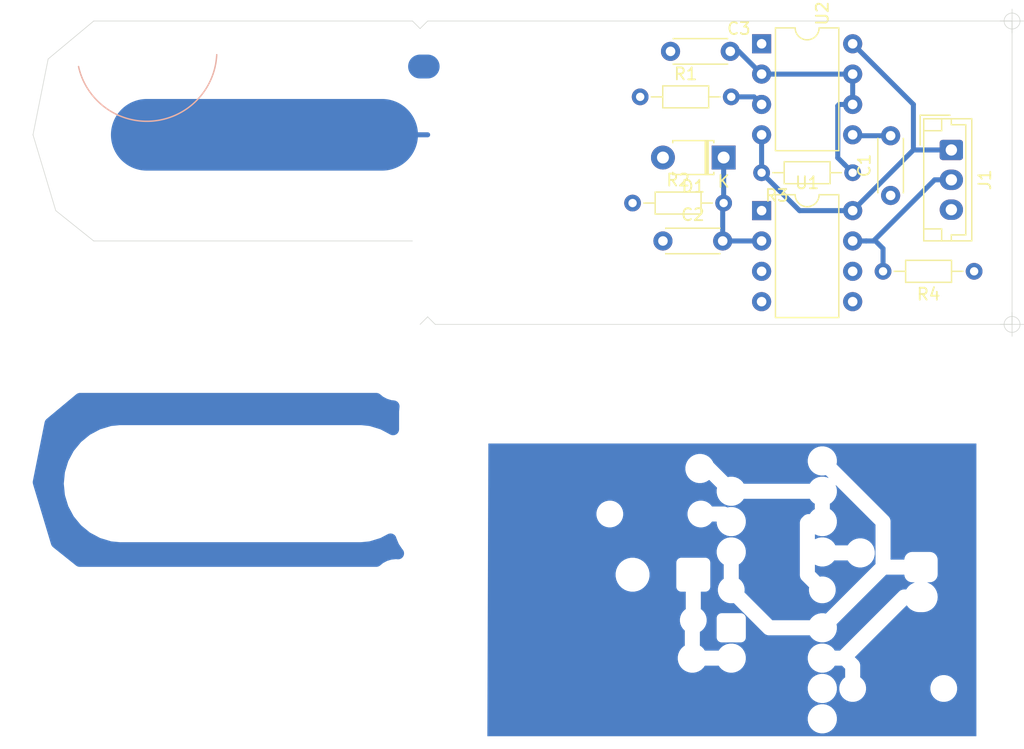
<source format=kicad_pcb>
(kicad_pcb (version 20171130) (host pcbnew "(5.1.5)-3")

  (general
    (thickness 1.6)
    (drawings 16)
    (tracks 33)
    (zones 0)
    (modules 11)
    (nets 9)
  )

  (page A4 portrait)
  (title_block
    (title "Bongo Soil Moisture Sensor")
    (rev 1.0)
    (company "Lapoulton (Pvt) Ltd")
  )

  (layers
    (0 F.Cu signal)
    (31 B.Cu signal)
    (33 F.Adhes user)
    (35 F.Paste user)
    (37 F.SilkS user)
    (38 B.Mask user)
    (39 F.Mask user)
    (40 Dwgs.User user)
    (41 Cmts.User user)
    (42 Eco1.User user)
    (43 Eco2.User user)
    (44 Edge.Cuts user)
    (45 Margin user)
    (46 B.CrtYd user)
    (47 F.CrtYd user)
    (49 F.Fab user)
  )

  (setup
    (last_trace_width 0.42)
    (user_trace_width 4)
    (trace_clearance 0.24)
    (zone_clearance 0.42)
    (zone_45_only no)
    (trace_min 0.2)
    (via_size 0.8)
    (via_drill 0.4)
    (via_min_size 0.4)
    (via_min_drill 0.3)
    (uvia_size 0.3)
    (uvia_drill 0.1)
    (uvias_allowed no)
    (uvia_min_size 0.2)
    (uvia_min_drill 0.1)
    (edge_width 0.05)
    (segment_width 0.2)
    (pcb_text_width 0.3)
    (pcb_text_size 1.5 1.5)
    (mod_edge_width 0.12)
    (mod_text_size 1 1)
    (mod_text_width 0.15)
    (pad_size 1.524 1.524)
    (pad_drill 0.762)
    (pad_to_mask_clearance 0.051)
    (solder_mask_min_width 0.25)
    (aux_axis_origin 30.48 50.8)
    (grid_origin 30.48 50.8)
    (visible_elements 7FFFF7FF)
    (pcbplotparams
      (layerselection 0x00000_fffffffe)
      (usegerberextensions false)
      (usegerberattributes true)
      (usegerberadvancedattributes false)
      (creategerberjobfile false)
      (excludeedgelayer true)
      (linewidth 0.100000)
      (plotframeref false)
      (viasonmask false)
      (mode 1)
      (useauxorigin true)
      (hpglpennumber 1)
      (hpglpenspeed 20)
      (hpglpendiameter 15.000000)
      (psnegative false)
      (psa4output false)
      (plotreference false)
      (plotvalue false)
      (plotinvisibletext false)
      (padsonsilk true)
      (subtractmaskfromsilk false)
      (outputformat 1)
      (mirror false)
      (drillshape 0)
      (scaleselection 1)
      (outputdirectory ""))
  )

  (net 0 "")
  (net 1 +3V3)
  (net 2 GND)
  (net 3 /1-Wire)
  (net 4 "Net-(R1-Pad2)")
  (net 5 /AOUT)
  (net 6 "Net-(C1-Pad2)")
  (net 7 "Net-(C3-Pad2)")
  (net 8 /COUT)

  (net_class Default "This is the default net class."
    (clearance 0.24)
    (trace_width 0.42)
    (via_dia 0.8)
    (via_drill 0.4)
    (uvia_dia 0.3)
    (uvia_drill 0.1)
    (add_net +3V3)
    (add_net /1-Wire)
    (add_net /AOUT)
    (add_net /COUT)
    (add_net "Net-(C1-Pad2)")
    (add_net "Net-(C3-Pad2)")
    (add_net "Net-(R1-Pad2)")
  )

  (net_class Ground ""
    (clearance 0.24)
    (trace_width 0.42)
    (via_dia 0.8)
    (via_drill 0.4)
    (uvia_dia 0.3)
    (uvia_drill 0.1)
    (add_net GND)
  )

  (module Resistor_THT:R_Axial_DIN0204_L3.6mm_D1.6mm_P7.62mm_Horizontal (layer F.Cu) (tedit 5AE5139B) (tstamp 606D509D)
    (at 109.22 53.34 180)
    (descr "Resistor, Axial_DIN0204 series, Axial, Horizontal, pin pitch=7.62mm, 0.167W, length*diameter=3.6*1.6mm^2, http://cdn-reichelt.de/documents/datenblatt/B400/1_4W%23YAG.pdf")
    (tags "Resistor Axial_DIN0204 series Axial Horizontal pin pitch 7.62mm 0.167W length 3.6mm diameter 1.6mm")
    (path /606C4CC8)
    (fp_text reference R4 (at 3.81 -1.92) (layer F.SilkS)
      (effects (font (size 1 1) (thickness 0.15)))
    )
    (fp_text value 4.7k (at 3.81 1.92) (layer F.Fab)
      (effects (font (size 1 1) (thickness 0.15)))
    )
    (fp_text user %R (at 3.81 0) (layer F.Fab)
      (effects (font (size 0.72 0.72) (thickness 0.108)))
    )
    (fp_line (start 8.57 -1.05) (end -0.95 -1.05) (layer F.CrtYd) (width 0.05))
    (fp_line (start 8.57 1.05) (end 8.57 -1.05) (layer F.CrtYd) (width 0.05))
    (fp_line (start -0.95 1.05) (end 8.57 1.05) (layer F.CrtYd) (width 0.05))
    (fp_line (start -0.95 -1.05) (end -0.95 1.05) (layer F.CrtYd) (width 0.05))
    (fp_line (start 6.68 0) (end 5.73 0) (layer F.SilkS) (width 0.12))
    (fp_line (start 0.94 0) (end 1.89 0) (layer F.SilkS) (width 0.12))
    (fp_line (start 5.73 -0.92) (end 1.89 -0.92) (layer F.SilkS) (width 0.12))
    (fp_line (start 5.73 0.92) (end 5.73 -0.92) (layer F.SilkS) (width 0.12))
    (fp_line (start 1.89 0.92) (end 5.73 0.92) (layer F.SilkS) (width 0.12))
    (fp_line (start 1.89 -0.92) (end 1.89 0.92) (layer F.SilkS) (width 0.12))
    (fp_line (start 7.62 0) (end 5.61 0) (layer F.Fab) (width 0.1))
    (fp_line (start 0 0) (end 2.01 0) (layer F.Fab) (width 0.1))
    (fp_line (start 5.61 -0.8) (end 2.01 -0.8) (layer F.Fab) (width 0.1))
    (fp_line (start 5.61 0.8) (end 5.61 -0.8) (layer F.Fab) (width 0.1))
    (fp_line (start 2.01 0.8) (end 5.61 0.8) (layer F.Fab) (width 0.1))
    (fp_line (start 2.01 -0.8) (end 2.01 0.8) (layer F.Fab) (width 0.1))
    (pad 2 thru_hole oval (at 7.62 0 180) (size 1.4 1.4) (drill 0.7) (layers *.Cu *.Mask)
      (net 3 /1-Wire))
    (pad 1 thru_hole circle (at 0 0 180) (size 1.4 1.4) (drill 0.7) (layers *.Cu *.Mask)
      (net 1 +3V3))
    (model ${KISYS3DMOD}/Resistor_THT.3dshapes/R_Axial_DIN0204_L3.6mm_D1.6mm_P7.62mm_Horizontal.wrl
      (at (xyz 0 0 0))
      (scale (xyz 1 1 1))
      (rotate (xyz 0 0 0))
    )
  )

  (module Diode_THT:D_T-1_P5.08mm_Horizontal (layer F.Cu) (tedit 5AE50CD5) (tstamp 5FEBAC89)
    (at 88.265 43.815 180)
    (descr "Diode, T-1 series, Axial, Horizontal, pin pitch=5.08mm, , length*diameter=3.2*2.6mm^2, , http://www.diodes.com/_files/packages/T-1.pdf")
    (tags "Diode T-1 series Axial Horizontal pin pitch 5.08mm  length 3.2mm diameter 2.6mm")
    (path /5FED762B)
    (fp_text reference D1 (at 2.54 -2.42) (layer F.SilkS)
      (effects (font (size 1 1) (thickness 0.15)))
    )
    (fp_text value D (at 2.54 2.42) (layer F.Fab)
      (effects (font (size 1 1) (thickness 0.15)))
    )
    (fp_text user K (at 0 -2) (layer F.SilkS)
      (effects (font (size 1 1) (thickness 0.15)))
    )
    (fp_text user K (at 0 -2) (layer F.Fab)
      (effects (font (size 1 1) (thickness 0.15)))
    )
    (fp_text user %R (at 2.78 0) (layer F.Fab)
      (effects (font (size 0.64 0.64) (thickness 0.096)))
    )
    (fp_line (start 6.33 -1.55) (end -1.25 -1.55) (layer F.CrtYd) (width 0.05))
    (fp_line (start 6.33 1.55) (end 6.33 -1.55) (layer F.CrtYd) (width 0.05))
    (fp_line (start -1.25 1.55) (end 6.33 1.55) (layer F.CrtYd) (width 0.05))
    (fp_line (start -1.25 -1.55) (end -1.25 1.55) (layer F.CrtYd) (width 0.05))
    (fp_line (start 1.3 -1.42) (end 1.3 1.42) (layer F.SilkS) (width 0.12))
    (fp_line (start 1.54 -1.42) (end 1.54 1.42) (layer F.SilkS) (width 0.12))
    (fp_line (start 1.42 -1.42) (end 1.42 1.42) (layer F.SilkS) (width 0.12))
    (fp_line (start 4.26 1.42) (end 4.26 1.24) (layer F.SilkS) (width 0.12))
    (fp_line (start 0.82 1.42) (end 4.26 1.42) (layer F.SilkS) (width 0.12))
    (fp_line (start 0.82 1.24) (end 0.82 1.42) (layer F.SilkS) (width 0.12))
    (fp_line (start 4.26 -1.42) (end 4.26 -1.24) (layer F.SilkS) (width 0.12))
    (fp_line (start 0.82 -1.42) (end 4.26 -1.42) (layer F.SilkS) (width 0.12))
    (fp_line (start 0.82 -1.24) (end 0.82 -1.42) (layer F.SilkS) (width 0.12))
    (fp_line (start 1.32 -1.3) (end 1.32 1.3) (layer F.Fab) (width 0.1))
    (fp_line (start 1.52 -1.3) (end 1.52 1.3) (layer F.Fab) (width 0.1))
    (fp_line (start 1.42 -1.3) (end 1.42 1.3) (layer F.Fab) (width 0.1))
    (fp_line (start 5.08 0) (end 4.14 0) (layer F.Fab) (width 0.1))
    (fp_line (start 0 0) (end 0.94 0) (layer F.Fab) (width 0.1))
    (fp_line (start 4.14 -1.3) (end 0.94 -1.3) (layer F.Fab) (width 0.1))
    (fp_line (start 4.14 1.3) (end 4.14 -1.3) (layer F.Fab) (width 0.1))
    (fp_line (start 0.94 1.3) (end 4.14 1.3) (layer F.Fab) (width 0.1))
    (fp_line (start 0.94 -1.3) (end 0.94 1.3) (layer F.Fab) (width 0.1))
    (pad 2 thru_hole oval (at 5.08 0 180) (size 2 2) (drill 1) (layers *.Cu *.Mask)
      (net 8 /COUT))
    (pad 1 thru_hole rect (at 0 0 180) (size 2 2) (drill 1) (layers *.Cu *.Mask)
      (net 5 /AOUT))
    (model ${KISYS3DMOD}/Diode_THT.3dshapes/D_T-1_P5.08mm_Horizontal.wrl
      (at (xyz 0 0 0))
      (scale (xyz 1 1 1))
      (rotate (xyz 0 0 0))
    )
  )

  (module Capacitor_THT:C_Disc_D4.3mm_W1.9mm_P5.00mm (layer F.Cu) (tedit 5AE50EF0) (tstamp 606CC555)
    (at 83.82 34.925)
    (descr "C, Disc series, Radial, pin pitch=5.00mm, , diameter*width=4.3*1.9mm^2, Capacitor, http://www.vishay.com/docs/45233/krseries.pdf")
    (tags "C Disc series Radial pin pitch 5.00mm  diameter 4.3mm width 1.9mm Capacitor")
    (path /60547F0B)
    (fp_text reference C3 (at 5.715 -1.905) (layer F.SilkS)
      (effects (font (size 1 1) (thickness 0.15)))
    )
    (fp_text value 330p (at 2.54 -1.905) (layer F.Fab)
      (effects (font (size 1 1) (thickness 0.15)))
    )
    (fp_line (start 0.35 -0.95) (end 0.35 0.95) (layer F.Fab) (width 0.1))
    (fp_line (start 0.35 0.95) (end 4.65 0.95) (layer F.Fab) (width 0.1))
    (fp_line (start 4.65 0.95) (end 4.65 -0.95) (layer F.Fab) (width 0.1))
    (fp_line (start 4.65 -0.95) (end 0.35 -0.95) (layer F.Fab) (width 0.1))
    (fp_line (start 0.23 -1.07) (end 4.77 -1.07) (layer F.SilkS) (width 0.12))
    (fp_line (start 0.23 1.07) (end 4.77 1.07) (layer F.SilkS) (width 0.12))
    (fp_line (start 0.23 -1.07) (end 0.23 -1.055) (layer F.SilkS) (width 0.12))
    (fp_line (start 0.23 1.055) (end 0.23 1.07) (layer F.SilkS) (width 0.12))
    (fp_line (start 4.77 -1.07) (end 4.77 -1.055) (layer F.SilkS) (width 0.12))
    (fp_line (start 4.77 1.055) (end 4.77 1.07) (layer F.SilkS) (width 0.12))
    (fp_line (start -1.05 -1.2) (end -1.05 1.2) (layer F.CrtYd) (width 0.05))
    (fp_line (start -1.05 1.2) (end 6.05 1.2) (layer F.CrtYd) (width 0.05))
    (fp_line (start 6.05 1.2) (end 6.05 -1.2) (layer F.CrtYd) (width 0.05))
    (fp_line (start 6.05 -1.2) (end -1.05 -1.2) (layer F.CrtYd) (width 0.05))
    (fp_text user %R (at 2.54 0) (layer F.Fab)
      (effects (font (size 0.86 0.86) (thickness 0.129)))
    )
    (pad 2 thru_hole circle (at 5 0) (size 1.6 1.6) (drill 0.8) (layers *.Cu *.Mask)
      (net 7 "Net-(C3-Pad2)"))
    (pad 1 thru_hole circle (at 0 0) (size 1.6 1.6) (drill 0.8) (layers *.Cu *.Mask)
      (net 2 GND))
    (model ${KISYS3DMOD}/Capacitor_THT.3dshapes/C_Disc_D4.3mm_W1.9mm_P5.00mm.wrl
      (at (xyz 0 0 0))
      (scale (xyz 1 1 1))
      (rotate (xyz 0 0 0))
    )
  )

  (module Package_DIP:DIP-8_W7.62mm (layer F.Cu) (tedit 5A02E8C5) (tstamp 5FEB9C54)
    (at 91.44 48.26)
    (descr "8-lead though-hole mounted DIP package, row spacing 7.62 mm (300 mils)")
    (tags "THT DIP DIL PDIP 2.54mm 7.62mm 300mil")
    (path /5FEB4BA0)
    (fp_text reference U1 (at 3.81 -2.33) (layer F.SilkS)
      (effects (font (size 1 1) (thickness 0.15)))
    )
    (fp_text value ATtiny85-20PU (at 3.81 5.08 -90) (layer F.Fab)
      (effects (font (size 1 1) (thickness 0.15)))
    )
    (fp_line (start 8.7 -1.55) (end -1.1 -1.55) (layer F.CrtYd) (width 0.05))
    (fp_line (start 8.7 9.15) (end 8.7 -1.55) (layer F.CrtYd) (width 0.05))
    (fp_line (start -1.1 9.15) (end 8.7 9.15) (layer F.CrtYd) (width 0.05))
    (fp_line (start -1.1 -1.55) (end -1.1 9.15) (layer F.CrtYd) (width 0.05))
    (fp_line (start 6.46 -1.33) (end 4.81 -1.33) (layer F.SilkS) (width 0.12))
    (fp_line (start 6.46 8.95) (end 6.46 -1.33) (layer F.SilkS) (width 0.12))
    (fp_line (start 1.16 8.95) (end 6.46 8.95) (layer F.SilkS) (width 0.12))
    (fp_line (start 1.16 -1.33) (end 1.16 8.95) (layer F.SilkS) (width 0.12))
    (fp_line (start 2.81 -1.33) (end 1.16 -1.33) (layer F.SilkS) (width 0.12))
    (fp_line (start 0.635 -0.27) (end 1.635 -1.27) (layer F.Fab) (width 0.1))
    (fp_line (start 0.635 8.89) (end 0.635 -0.27) (layer F.Fab) (width 0.1))
    (fp_line (start 6.985 8.89) (end 0.635 8.89) (layer F.Fab) (width 0.1))
    (fp_line (start 6.985 -1.27) (end 6.985 8.89) (layer F.Fab) (width 0.1))
    (fp_line (start 1.635 -1.27) (end 6.985 -1.27) (layer F.Fab) (width 0.1))
    (fp_arc (start 3.81 -1.33) (end 2.81 -1.33) (angle -180) (layer F.SilkS) (width 0.12))
    (pad 8 thru_hole oval (at 7.62 0) (size 1.6 1.6) (drill 0.8) (layers *.Cu *.Mask)
      (net 1 +3V3))
    (pad 4 thru_hole oval (at 0 7.62) (size 1.6 1.6) (drill 0.8) (layers *.Cu *.Mask)
      (net 2 GND))
    (pad 7 thru_hole oval (at 7.62 2.54) (size 1.6 1.6) (drill 0.8) (layers *.Cu *.Mask)
      (net 3 /1-Wire))
    (pad 3 thru_hole oval (at 0 5.08) (size 1.6 1.6) (drill 0.8) (layers *.Cu *.Mask)
      (net 2 GND))
    (pad 6 thru_hole oval (at 7.62 5.08) (size 1.6 1.6) (drill 0.8) (layers *.Cu *.Mask))
    (pad 2 thru_hole oval (at 0 2.54) (size 1.6 1.6) (drill 0.8) (layers *.Cu *.Mask)
      (net 5 /AOUT))
    (pad 5 thru_hole oval (at 7.62 7.62) (size 1.6 1.6) (drill 0.8) (layers *.Cu *.Mask))
    (pad 1 thru_hole rect (at 0 0) (size 1.6 1.6) (drill 0.8) (layers *.Cu *.Mask))
    (model ${KISYS3DMOD}/Package_DIP.3dshapes/DIP-8_W7.62mm.wrl
      (at (xyz 0 0 0))
      (scale (xyz 1 1 1))
      (rotate (xyz 0 0 0))
    )
  )

  (module Package_DIP:DIP-8_W7.62mm (layer F.Cu) (tedit 5A02E8C5) (tstamp 5FEB9FD8)
    (at 91.44 34.29)
    (descr "8-lead though-hole mounted DIP package, row spacing 7.62 mm (300 mils)")
    (tags "THT DIP DIL PDIP 2.54mm 7.62mm 300mil")
    (path /5FEB705B)
    (fp_text reference U2 (at 5.08 -2.54 -90) (layer F.SilkS)
      (effects (font (size 1 1) (thickness 0.15)))
    )
    (fp_text value TLC555CP (at 4.445 4.445 -90) (layer F.Fab)
      (effects (font (size 1 1) (thickness 0.15)))
    )
    (fp_line (start 8.7 -1.55) (end -1.1 -1.55) (layer F.CrtYd) (width 0.05))
    (fp_line (start 8.7 9.15) (end 8.7 -1.55) (layer F.CrtYd) (width 0.05))
    (fp_line (start -1.1 9.15) (end 8.7 9.15) (layer F.CrtYd) (width 0.05))
    (fp_line (start -1.1 -1.55) (end -1.1 9.15) (layer F.CrtYd) (width 0.05))
    (fp_line (start 6.46 -1.33) (end 4.81 -1.33) (layer F.SilkS) (width 0.12))
    (fp_line (start 6.46 8.95) (end 6.46 -1.33) (layer F.SilkS) (width 0.12))
    (fp_line (start 1.16 8.95) (end 6.46 8.95) (layer F.SilkS) (width 0.12))
    (fp_line (start 1.16 -1.33) (end 1.16 8.95) (layer F.SilkS) (width 0.12))
    (fp_line (start 2.81 -1.33) (end 1.16 -1.33) (layer F.SilkS) (width 0.12))
    (fp_line (start 0.635 -0.27) (end 1.635 -1.27) (layer F.Fab) (width 0.1))
    (fp_line (start 0.635 8.89) (end 0.635 -0.27) (layer F.Fab) (width 0.1))
    (fp_line (start 6.985 8.89) (end 0.635 8.89) (layer F.Fab) (width 0.1))
    (fp_line (start 6.985 -1.27) (end 6.985 8.89) (layer F.Fab) (width 0.1))
    (fp_line (start 1.635 -1.27) (end 6.985 -1.27) (layer F.Fab) (width 0.1))
    (fp_arc (start 3.81 -1.33) (end 2.81 -1.33) (angle -180) (layer F.SilkS) (width 0.12))
    (pad 8 thru_hole oval (at 7.62 0) (size 1.6 1.6) (drill 0.8) (layers *.Cu *.Mask)
      (net 1 +3V3))
    (pad 4 thru_hole oval (at 0 7.62) (size 1.6 1.6) (drill 0.8) (layers *.Cu *.Mask)
      (net 1 +3V3))
    (pad 7 thru_hole oval (at 7.62 2.54) (size 1.6 1.6) (drill 0.8) (layers *.Cu *.Mask)
      (net 7 "Net-(C3-Pad2)"))
    (pad 3 thru_hole oval (at 0 5.08) (size 1.6 1.6) (drill 0.8) (layers *.Cu *.Mask)
      (net 4 "Net-(R1-Pad2)"))
    (pad 6 thru_hole oval (at 7.62 5.08) (size 1.6 1.6) (drill 0.8) (layers *.Cu *.Mask)
      (net 7 "Net-(C3-Pad2)"))
    (pad 2 thru_hole oval (at 0 2.54) (size 1.6 1.6) (drill 0.8) (layers *.Cu *.Mask)
      (net 7 "Net-(C3-Pad2)"))
    (pad 5 thru_hole oval (at 7.62 7.62) (size 1.6 1.6) (drill 0.8) (layers *.Cu *.Mask)
      (net 6 "Net-(C1-Pad2)"))
    (pad 1 thru_hole rect (at 0 0) (size 1.6 1.6) (drill 0.8) (layers *.Cu *.Mask)
      (net 2 GND))
    (model ${KISYS3DMOD}/Package_DIP.3dshapes/DIP-8_W7.62mm.wrl
      (at (xyz 0 0 0))
      (scale (xyz 1 1 1))
      (rotate (xyz 0 0 0))
    )
  )

  (module Resistor_THT:R_Axial_DIN0204_L3.6mm_D1.6mm_P7.62mm_Horizontal (layer F.Cu) (tedit 5AE5139B) (tstamp 603266B7)
    (at 81.28 38.735)
    (descr "Resistor, Axial_DIN0204 series, Axial, Horizontal, pin pitch=7.62mm, 0.167W, length*diameter=3.6*1.6mm^2, http://cdn-reichelt.de/documents/datenblatt/B400/1_4W%23YAG.pdf")
    (tags "Resistor Axial_DIN0204 series Axial Horizontal pin pitch 7.62mm 0.167W length 3.6mm diameter 1.6mm")
    (path /5FED2E2E)
    (fp_text reference R1 (at 3.81 -1.92) (layer F.SilkS)
      (effects (font (size 1 1) (thickness 0.15)))
    )
    (fp_text value 10k (at 1.27 -1.905) (layer F.Fab)
      (effects (font (size 1 1) (thickness 0.15)))
    )
    (fp_line (start 2.01 -0.8) (end 2.01 0.8) (layer F.Fab) (width 0.1))
    (fp_line (start 2.01 0.8) (end 5.61 0.8) (layer F.Fab) (width 0.1))
    (fp_line (start 5.61 0.8) (end 5.61 -0.8) (layer F.Fab) (width 0.1))
    (fp_line (start 5.61 -0.8) (end 2.01 -0.8) (layer F.Fab) (width 0.1))
    (fp_line (start 0 0) (end 2.01 0) (layer F.Fab) (width 0.1))
    (fp_line (start 7.62 0) (end 5.61 0) (layer F.Fab) (width 0.1))
    (fp_line (start 1.89 -0.92) (end 1.89 0.92) (layer F.SilkS) (width 0.12))
    (fp_line (start 1.89 0.92) (end 5.73 0.92) (layer F.SilkS) (width 0.12))
    (fp_line (start 5.73 0.92) (end 5.73 -0.92) (layer F.SilkS) (width 0.12))
    (fp_line (start 5.73 -0.92) (end 1.89 -0.92) (layer F.SilkS) (width 0.12))
    (fp_line (start 0.94 0) (end 1.89 0) (layer F.SilkS) (width 0.12))
    (fp_line (start 6.68 0) (end 5.73 0) (layer F.SilkS) (width 0.12))
    (fp_line (start -0.95 -1.05) (end -0.95 1.05) (layer F.CrtYd) (width 0.05))
    (fp_line (start -0.95 1.05) (end 8.57 1.05) (layer F.CrtYd) (width 0.05))
    (fp_line (start 8.57 1.05) (end 8.57 -1.05) (layer F.CrtYd) (width 0.05))
    (fp_line (start 8.57 -1.05) (end -0.95 -1.05) (layer F.CrtYd) (width 0.05))
    (fp_text user %R (at 3.81 0) (layer F.Fab)
      (effects (font (size 0.72 0.72) (thickness 0.108)))
    )
    (pad 1 thru_hole circle (at 0 0) (size 1.4 1.4) (drill 0.7) (layers *.Cu *.Mask)
      (net 8 /COUT))
    (pad 2 thru_hole oval (at 7.62 0) (size 1.4 1.4) (drill 0.7) (layers *.Cu *.Mask)
      (net 4 "Net-(R1-Pad2)"))
    (model ${KISYS3DMOD}/Resistor_THT.3dshapes/R_Axial_DIN0204_L3.6mm_D1.6mm_P7.62mm_Horizontal.wrl
      (at (xyz 0 0 0))
      (scale (xyz 1 1 1))
      (rotate (xyz 0 0 0))
    )
  )

  (module Capacitor_THT:C_Disc_D4.3mm_W1.9mm_P5.00mm (layer F.Cu) (tedit 5AE50EF0) (tstamp 6047C404)
    (at 102.235 46.99 90)
    (descr "C, Disc series, Radial, pin pitch=5.00mm, , diameter*width=4.3*1.9mm^2, Capacitor, http://www.vishay.com/docs/45233/krseries.pdf")
    (tags "C Disc series Radial pin pitch 5.00mm  diameter 4.3mm width 1.9mm Capacitor")
    (path /60488260)
    (fp_text reference C1 (at 2.5 -2.2 90) (layer F.SilkS)
      (effects (font (size 1 1) (thickness 0.15)))
    )
    (fp_text value 10p (at 3.175 0 90) (layer F.Fab)
      (effects (font (size 1 1) (thickness 0.15)))
    )
    (fp_line (start 0.35 -0.95) (end 0.35 0.95) (layer F.Fab) (width 0.1))
    (fp_line (start 0.35 0.95) (end 4.65 0.95) (layer F.Fab) (width 0.1))
    (fp_line (start 4.65 0.95) (end 4.65 -0.95) (layer F.Fab) (width 0.1))
    (fp_line (start 4.65 -0.95) (end 0.35 -0.95) (layer F.Fab) (width 0.1))
    (fp_line (start 0.23 -1.07) (end 4.77 -1.07) (layer F.SilkS) (width 0.12))
    (fp_line (start 0.23 1.07) (end 4.77 1.07) (layer F.SilkS) (width 0.12))
    (fp_line (start 0.23 -1.07) (end 0.23 -1.055) (layer F.SilkS) (width 0.12))
    (fp_line (start 0.23 1.055) (end 0.23 1.07) (layer F.SilkS) (width 0.12))
    (fp_line (start 4.77 -1.07) (end 4.77 -1.055) (layer F.SilkS) (width 0.12))
    (fp_line (start 4.77 1.055) (end 4.77 1.07) (layer F.SilkS) (width 0.12))
    (fp_line (start -1.05 -1.2) (end -1.05 1.2) (layer F.CrtYd) (width 0.05))
    (fp_line (start -1.05 1.2) (end 6.05 1.2) (layer F.CrtYd) (width 0.05))
    (fp_line (start 6.05 1.2) (end 6.05 -1.2) (layer F.CrtYd) (width 0.05))
    (fp_line (start 6.05 -1.2) (end -1.05 -1.2) (layer F.CrtYd) (width 0.05))
    (pad 2 thru_hole circle (at 5 0 90) (size 1.6 1.6) (drill 0.8) (layers *.Cu *.Mask)
      (net 6 "Net-(C1-Pad2)"))
    (pad 1 thru_hole circle (at 0 0 90) (size 1.6 1.6) (drill 0.8) (layers *.Cu *.Mask)
      (net 2 GND))
    (model ${KISYS3DMOD}/Capacitor_THT.3dshapes/C_Disc_D4.3mm_W1.9mm_P5.00mm.wrl
      (at (xyz 0 0 0))
      (scale (xyz 1 1 1))
      (rotate (xyz 0 0 0))
    )
  )

  (module Resistor_THT:R_Axial_DIN0204_L3.6mm_D1.6mm_P7.62mm_Horizontal (layer F.Cu) (tedit 5AE5139B) (tstamp 603267B6)
    (at 91.44 45.085)
    (descr "Resistor, Axial_DIN0204 series, Axial, Horizontal, pin pitch=7.62mm, 0.167W, length*diameter=3.6*1.6mm^2, http://cdn-reichelt.de/documents/datenblatt/B400/1_4W%23YAG.pdf")
    (tags "Resistor Axial_DIN0204 series Axial Horizontal pin pitch 7.62mm 0.167W length 3.6mm diameter 1.6mm")
    (path /5FED0FAB)
    (fp_text reference R3 (at 1.27 1.905) (layer F.SilkS)
      (effects (font (size 1 1) (thickness 0.15)))
    )
    (fp_text value 330 (at 3.81 1.92) (layer F.Fab)
      (effects (font (size 1 1) (thickness 0.15)))
    )
    (fp_line (start 8.57 -1.05) (end -0.95 -1.05) (layer F.CrtYd) (width 0.05))
    (fp_line (start 8.57 1.05) (end 8.57 -1.05) (layer F.CrtYd) (width 0.05))
    (fp_line (start -0.95 1.05) (end 8.57 1.05) (layer F.CrtYd) (width 0.05))
    (fp_line (start -0.95 -1.05) (end -0.95 1.05) (layer F.CrtYd) (width 0.05))
    (fp_line (start 6.68 0) (end 5.73 0) (layer F.SilkS) (width 0.12))
    (fp_line (start 0.94 0) (end 1.89 0) (layer F.SilkS) (width 0.12))
    (fp_line (start 5.73 -0.92) (end 1.89 -0.92) (layer F.SilkS) (width 0.12))
    (fp_line (start 5.73 0.92) (end 5.73 -0.92) (layer F.SilkS) (width 0.12))
    (fp_line (start 1.89 0.92) (end 5.73 0.92) (layer F.SilkS) (width 0.12))
    (fp_line (start 1.89 -0.92) (end 1.89 0.92) (layer F.SilkS) (width 0.12))
    (fp_line (start 7.62 0) (end 5.61 0) (layer F.Fab) (width 0.1))
    (fp_line (start 0 0) (end 2.01 0) (layer F.Fab) (width 0.1))
    (fp_line (start 5.61 -0.8) (end 2.01 -0.8) (layer F.Fab) (width 0.1))
    (fp_line (start 5.61 0.8) (end 5.61 -0.8) (layer F.Fab) (width 0.1))
    (fp_line (start 2.01 0.8) (end 5.61 0.8) (layer F.Fab) (width 0.1))
    (fp_line (start 2.01 -0.8) (end 2.01 0.8) (layer F.Fab) (width 0.1))
    (fp_text user %R (at 3.81 0) (layer F.Fab)
      (effects (font (size 0.72 0.72) (thickness 0.108)))
    )
    (pad 2 thru_hole oval (at 7.62 0) (size 1.4 1.4) (drill 0.7) (layers *.Cu *.Mask)
      (net 7 "Net-(C3-Pad2)"))
    (pad 1 thru_hole circle (at 0 0) (size 1.4 1.4) (drill 0.7) (layers *.Cu *.Mask)
      (net 1 +3V3))
    (model ${KISYS3DMOD}/Resistor_THT.3dshapes/R_Axial_DIN0204_L3.6mm_D1.6mm_P7.62mm_Horizontal.wrl
      (at (xyz 0 0 0))
      (scale (xyz 1 1 1))
      (rotate (xyz 0 0 0))
    )
  )

  (module Resistor_THT:R_Axial_DIN0204_L3.6mm_D1.6mm_P7.62mm_Horizontal (layer F.Cu) (tedit 5AE5139B) (tstamp 60054A1E)
    (at 80.645 47.625)
    (descr "Resistor, Axial_DIN0204 series, Axial, Horizontal, pin pitch=7.62mm, 0.167W, length*diameter=3.6*1.6mm^2, http://cdn-reichelt.de/documents/datenblatt/B400/1_4W%23YAG.pdf")
    (tags "Resistor Axial_DIN0204 series Axial Horizontal pin pitch 7.62mm 0.167W length 3.6mm diameter 1.6mm")
    (path /5FEDEBD3)
    (fp_text reference R2 (at 3.81 -1.92) (layer F.SilkS)
      (effects (font (size 1 1) (thickness 0.15)))
    )
    (fp_text value 1m (at 3.81 1.92) (layer F.Fab)
      (effects (font (size 1 1) (thickness 0.15)))
    )
    (fp_line (start 8.57 -1.05) (end -0.95 -1.05) (layer F.CrtYd) (width 0.05))
    (fp_line (start 8.57 1.05) (end 8.57 -1.05) (layer F.CrtYd) (width 0.05))
    (fp_line (start -0.95 1.05) (end 8.57 1.05) (layer F.CrtYd) (width 0.05))
    (fp_line (start -0.95 -1.05) (end -0.95 1.05) (layer F.CrtYd) (width 0.05))
    (fp_line (start 6.68 0) (end 5.73 0) (layer F.SilkS) (width 0.12))
    (fp_line (start 0.94 0) (end 1.89 0) (layer F.SilkS) (width 0.12))
    (fp_line (start 5.73 -0.92) (end 1.89 -0.92) (layer F.SilkS) (width 0.12))
    (fp_line (start 5.73 0.92) (end 5.73 -0.92) (layer F.SilkS) (width 0.12))
    (fp_line (start 1.89 0.92) (end 5.73 0.92) (layer F.SilkS) (width 0.12))
    (fp_line (start 1.89 -0.92) (end 1.89 0.92) (layer F.SilkS) (width 0.12))
    (fp_line (start 7.62 0) (end 5.61 0) (layer F.Fab) (width 0.1))
    (fp_line (start 0 0) (end 2.01 0) (layer F.Fab) (width 0.1))
    (fp_line (start 5.61 -0.8) (end 2.01 -0.8) (layer F.Fab) (width 0.1))
    (fp_line (start 5.61 0.8) (end 5.61 -0.8) (layer F.Fab) (width 0.1))
    (fp_line (start 2.01 0.8) (end 5.61 0.8) (layer F.Fab) (width 0.1))
    (fp_line (start 2.01 -0.8) (end 2.01 0.8) (layer F.Fab) (width 0.1))
    (fp_text user %R (at 3.175 0) (layer F.Fab)
      (effects (font (size 0.72 0.72) (thickness 0.108)))
    )
    (pad 2 thru_hole oval (at 7.62 0) (size 1.4 1.4) (drill 0.7) (layers *.Cu *.Mask)
      (net 5 /AOUT))
    (pad 1 thru_hole circle (at 0 0) (size 1.4 1.4) (drill 0.7) (layers *.Cu *.Mask)
      (net 2 GND))
    (model ${KISYS3DMOD}/Resistor_THT.3dshapes/R_Axial_DIN0204_L3.6mm_D1.6mm_P7.62mm_Horizontal.wrl
      (at (xyz 0 0 0))
      (scale (xyz 1 1 1))
      (rotate (xyz 0 0 0))
    )
  )

  (module Capacitor_THT:C_Disc_D4.3mm_W1.9mm_P5.00mm (layer F.Cu) (tedit 5AE50EF0) (tstamp 606CC872)
    (at 83.185 50.8)
    (descr "C, Disc series, Radial, pin pitch=5.00mm, , diameter*width=4.3*1.9mm^2, Capacitor, http://www.vishay.com/docs/45233/krseries.pdf")
    (tags "C Disc series Radial pin pitch 5.00mm  diameter 4.3mm width 1.9mm Capacitor")
    (path /5FEE0E3A)
    (fp_text reference C2 (at 2.5 -2.2) (layer F.SilkS)
      (effects (font (size 1 1) (thickness 0.15)))
    )
    (fp_text value 1n (at 2.5 2.2) (layer F.Fab)
      (effects (font (size 1 1) (thickness 0.15)))
    )
    (fp_line (start 6.05 -1.2) (end -1.05 -1.2) (layer F.CrtYd) (width 0.05))
    (fp_line (start 6.05 1.2) (end 6.05 -1.2) (layer F.CrtYd) (width 0.05))
    (fp_line (start -1.05 1.2) (end 6.05 1.2) (layer F.CrtYd) (width 0.05))
    (fp_line (start -1.05 -1.2) (end -1.05 1.2) (layer F.CrtYd) (width 0.05))
    (fp_line (start 4.77 1.055) (end 4.77 1.07) (layer F.SilkS) (width 0.12))
    (fp_line (start 4.77 -1.07) (end 4.77 -1.055) (layer F.SilkS) (width 0.12))
    (fp_line (start 0.23 1.055) (end 0.23 1.07) (layer F.SilkS) (width 0.12))
    (fp_line (start 0.23 -1.07) (end 0.23 -1.055) (layer F.SilkS) (width 0.12))
    (fp_line (start 0.23 1.07) (end 4.77 1.07) (layer F.SilkS) (width 0.12))
    (fp_line (start 0.23 -1.07) (end 4.77 -1.07) (layer F.SilkS) (width 0.12))
    (fp_line (start 4.65 -0.95) (end 0.35 -0.95) (layer F.Fab) (width 0.1))
    (fp_line (start 4.65 0.95) (end 4.65 -0.95) (layer F.Fab) (width 0.1))
    (fp_line (start 0.35 0.95) (end 4.65 0.95) (layer F.Fab) (width 0.1))
    (fp_line (start 0.35 -0.95) (end 0.35 0.95) (layer F.Fab) (width 0.1))
    (pad 2 thru_hole circle (at 5 0) (size 1.6 1.6) (drill 0.8) (layers *.Cu *.Mask)
      (net 5 /AOUT))
    (pad 1 thru_hole circle (at 0 0) (size 1.6 1.6) (drill 0.8) (layers *.Cu *.Mask)
      (net 2 GND))
    (model ${KISYS3DMOD}/Capacitor_THT.3dshapes/C_Disc_D4.3mm_W1.9mm_P5.00mm.wrl
      (at (xyz 0 0 0))
      (scale (xyz 1 1 1))
      (rotate (xyz 0 0 0))
    )
  )

  (module Connector_JST:JST_EH_B3B-EH-A_1x03_P2.50mm_Vertical (layer F.Cu) (tedit 5C28142C) (tstamp 5FEBA14A)
    (at 107.315 43.18 270)
    (descr "JST EH series connector, B3B-EH-A (http://www.jst-mfg.com/product/pdf/eng/eEH.pdf), generated with kicad-footprint-generator")
    (tags "connector JST EH vertical")
    (path /5FEBB2A4)
    (fp_text reference J1 (at 2.5 -2.8 90) (layer F.SilkS)
      (effects (font (size 1 1) (thickness 0.15)))
    )
    (fp_text value Screw_Terminal_01x03 (at 1.905 3.81 90) (layer F.Fab) hide
      (effects (font (size 1 1) (thickness 0.15)))
    )
    (fp_line (start -2.91 2.61) (end -0.41 2.61) (layer F.Fab) (width 0.1))
    (fp_line (start -2.91 0.11) (end -2.91 2.61) (layer F.Fab) (width 0.1))
    (fp_line (start -2.91 2.61) (end -0.41 2.61) (layer F.SilkS) (width 0.12))
    (fp_line (start -2.91 0.11) (end -2.91 2.61) (layer F.SilkS) (width 0.12))
    (fp_line (start 6.61 0.81) (end 6.61 2.31) (layer F.SilkS) (width 0.12))
    (fp_line (start 7.61 0.81) (end 6.61 0.81) (layer F.SilkS) (width 0.12))
    (fp_line (start -1.61 0.81) (end -1.61 2.31) (layer F.SilkS) (width 0.12))
    (fp_line (start -2.61 0.81) (end -1.61 0.81) (layer F.SilkS) (width 0.12))
    (fp_line (start 7.11 0) (end 7.61 0) (layer F.SilkS) (width 0.12))
    (fp_line (start 7.11 -1.21) (end 7.11 0) (layer F.SilkS) (width 0.12))
    (fp_line (start -2.11 -1.21) (end 7.11 -1.21) (layer F.SilkS) (width 0.12))
    (fp_line (start -2.11 0) (end -2.11 -1.21) (layer F.SilkS) (width 0.12))
    (fp_line (start -2.61 0) (end -2.11 0) (layer F.SilkS) (width 0.12))
    (fp_line (start 7.61 -1.71) (end -2.61 -1.71) (layer F.SilkS) (width 0.12))
    (fp_line (start 7.61 2.31) (end 7.61 -1.71) (layer F.SilkS) (width 0.12))
    (fp_line (start -2.61 2.31) (end 7.61 2.31) (layer F.SilkS) (width 0.12))
    (fp_line (start -2.61 -1.71) (end -2.61 2.31) (layer F.SilkS) (width 0.12))
    (fp_line (start 8 -2.1) (end -3 -2.1) (layer F.CrtYd) (width 0.05))
    (fp_line (start 8 2.7) (end 8 -2.1) (layer F.CrtYd) (width 0.05))
    (fp_line (start -3 2.7) (end 8 2.7) (layer F.CrtYd) (width 0.05))
    (fp_line (start -3 -2.1) (end -3 2.7) (layer F.CrtYd) (width 0.05))
    (fp_line (start 7.5 -1.6) (end -2.5 -1.6) (layer F.Fab) (width 0.1))
    (fp_line (start 7.5 2.2) (end 7.5 -1.6) (layer F.Fab) (width 0.1))
    (fp_line (start -2.5 2.2) (end 7.5 2.2) (layer F.Fab) (width 0.1))
    (fp_line (start -2.5 -1.6) (end -2.5 2.2) (layer F.Fab) (width 0.1))
    (fp_text user %R (at 2.5 1.5 90) (layer F.Fab)
      (effects (font (size 1 1) (thickness 0.15)))
    )
    (pad 3 thru_hole oval (at 5 0 270) (size 1.7 1.95) (drill 0.95) (layers *.Cu *.Mask)
      (net 2 GND))
    (pad 2 thru_hole oval (at 2.5 0 270) (size 1.7 1.95) (drill 0.95) (layers *.Cu *.Mask)
      (net 3 /1-Wire))
    (pad 1 thru_hole roundrect (at 0 0 270) (size 1.7 1.95) (drill 0.95) (layers *.Cu *.Mask) (roundrect_rratio 0.1470588235294118)
      (net 1 +3V3))
    (model ${KISYS3DMOD}/Connector_JST.3dshapes/JST_EH_B3B-EH-A_1x03_P2.50mm_Vertical.wrl
      (at (xyz 0 0 0))
      (scale (xyz 1 1 1))
      (rotate (xyz 0 0 0))
    )
  )

  (gr_line (start 112.395 57.785) (end 112.395 32.385) (layer Edge.Cuts) (width 0.05) (tstamp 606DD219))
  (gr_line (start 64.135 57.785) (end 112.395 57.785) (layer Edge.Cuts) (width 0.05))
  (gr_line (start 63.5 57.15) (end 64.135 57.785) (layer Edge.Cuts) (width 0.05))
  (gr_line (start 62.865 57.785) (end 63.5 57.15) (layer Edge.Cuts) (width 0.05))
  (gr_line (start 35.56 50.8) (end 62.23 50.8) (layer Edge.Cuts) (width 0.05))
  (gr_line (start 32.385 48.26) (end 35.56 50.8) (layer Edge.Cuts) (width 0.05))
  (gr_line (start 30.48 41.91) (end 32.385 48.26) (layer Edge.Cuts) (width 0.05))
  (gr_line (start 31.75 35.56) (end 30.48 41.91) (layer Edge.Cuts) (width 0.05))
  (gr_line (start 35.56 32.385) (end 31.75 35.56) (layer Edge.Cuts) (width 0.05))
  (gr_line (start 62.23 32.385) (end 35.56 32.385) (layer Edge.Cuts) (width 0.05))
  (gr_line (start 62.865 33.02) (end 62.23 32.385) (layer Edge.Cuts) (width 0.05))
  (gr_line (start 63.5 32.385) (end 62.865 33.02) (layer Edge.Cuts) (width 0.05))
  (gr_line (start 112.395 32.385) (end 63.5 32.385) (layer Edge.Cuts) (width 0.05))
  (gr_arc (start 40.005 34.925) (end 34.290001 36.194999) (angle -164.7448813) (layer B.SilkS) (width 0.12))
  (target plus (at 112.395 57.785) (size 2) (width 0.05) (layer Edge.Cuts) (tstamp 606584CD))
  (target plus (at 112.395 32.385) (size 2) (width 0.05) (layer Edge.Cuts) (tstamp 606584CC))

  (segment (start 91.44 45.085) (end 91.44 41.91) (width 0.42) (layer B.Cu) (net 1))
  (segment (start 104.14 43.18) (end 99.06 48.26) (width 0.42) (layer B.Cu) (net 1))
  (segment (start 107.315 43.18) (end 104.14 43.18) (width 0.42) (layer B.Cu) (net 1))
  (segment (start 94.615 48.26) (end 91.44 45.085) (width 0.42) (layer B.Cu) (net 1))
  (segment (start 99.06 48.26) (end 94.615 48.26) (width 0.42) (layer B.Cu) (net 1))
  (segment (start 104.14 39.37) (end 104.14 43.18) (width 0.42) (layer B.Cu) (net 1))
  (segment (start 99.06 34.29) (end 104.14 39.37) (width 0.42) (layer B.Cu) (net 1))
  (segment (start 63.5 36.195) (end 62.865 36.195) (width 2) (layer B.Cu) (net 2))
  (segment (start 100.19137 50.8) (end 99.06 50.8) (width 0.42) (layer B.Cu) (net 3))
  (segment (start 100.8 50.8) (end 100.19137 50.8) (width 0.42) (layer B.Cu) (net 3))
  (segment (start 105.92 45.68) (end 100.8 50.8) (width 0.42) (layer B.Cu) (net 3))
  (segment (start 107.315 45.68) (end 105.92 45.68) (width 0.42) (layer B.Cu) (net 3))
  (segment (start 101.6 53.34) (end 101.6 51.435) (width 0.42) (layer B.Cu) (net 3))
  (segment (start 101.6 51.435) (end 100.965 50.8) (width 0.42) (layer B.Cu) (net 3))
  (segment (start 90.805 38.735) (end 91.44 39.37) (width 0.42) (layer B.Cu) (net 4))
  (segment (start 88.9 38.735) (end 90.805 38.735) (width 0.42) (layer B.Cu) (net 4))
  (segment (start 40 41.91) (end 59.69 41.91) (width 6) (layer B.Cu) (net 5))
  (segment (start 63.5 41.91) (end 59.69 41.91) (width 0.42) (layer B.Cu) (net 5))
  (segment (start 91.44 50.8) (end 88.185 50.8) (width 0.42) (layer B.Cu) (net 5))
  (segment (start 88.185 47.705) (end 88.265 47.625) (width 0.42) (layer B.Cu) (net 5))
  (segment (start 88.185 50.8) (end 88.185 47.705) (width 0.42) (layer B.Cu) (net 5))
  (segment (start 88.265 47.625) (end 88.265 43.815) (width 0.42) (layer B.Cu) (net 5))
  (segment (start 99.14 41.99) (end 99.06 41.91) (width 0.42) (layer B.Cu) (net 6))
  (segment (start 102.235 41.99) (end 99.14 41.99) (width 0.42) (layer B.Cu) (net 6))
  (segment (start 89.535 34.925) (end 91.44 36.83) (width 0.42) (layer B.Cu) (net 7))
  (segment (start 88.82 34.925) (end 89.535 34.925) (width 0.42) (layer B.Cu) (net 7))
  (segment (start 91.44 36.83) (end 99.06 36.83) (width 0.42) (layer B.Cu) (net 7))
  (segment (start 99.06 36.83) (end 99.06 39.37) (width 0.42) (layer B.Cu) (net 7))
  (segment (start 98.360001 44.385001) (end 99.06 45.085) (width 0.42) (layer B.Cu) (net 7))
  (segment (start 97.809999 43.834999) (end 98.360001 44.385001) (width 0.42) (layer B.Cu) (net 7))
  (segment (start 97.92863 39.37) (end 97.809999 39.488631) (width 0.42) (layer B.Cu) (net 7))
  (segment (start 97.809999 39.488631) (end 97.809999 43.834999) (width 0.42) (layer B.Cu) (net 7))
  (segment (start 99.06 39.37) (end 97.92863 39.37) (width 0.42) (layer B.Cu) (net 7))

  (zone (net 2) (net_name GND) (layer B.Cu) (tstamp 606EE02D) (hatch edge 0.508)
    (connect_pads yes (clearance 0.42))
    (min_thickness 0.03)
    (fill yes (arc_segments 32) (thermal_gap 0.1) (thermal_bridge_width 0.3))
    (polygon
      (pts
        (xy 110.49 67.31) (xy 68.58 67.31) (xy 68.490321 93.345) (xy 110.400321 93.345)
      )
    )
    (filled_polygon
      (pts
        (xy 109.395 92.25) (xy 68.509093 92.25) (xy 68.514489 90.683363) (xy 95.285 90.683363) (xy 95.285 90.926637)
        (xy 95.33246 91.165236) (xy 95.425557 91.389992) (xy 95.560713 91.592267) (xy 95.732733 91.764287) (xy 95.935008 91.899443)
        (xy 96.159764 91.99254) (xy 96.398363 92.04) (xy 96.641637 92.04) (xy 96.880236 91.99254) (xy 97.104992 91.899443)
        (xy 97.307267 91.764287) (xy 97.479287 91.592267) (xy 97.614443 91.389992) (xy 97.70754 91.165236) (xy 97.755 90.926637)
        (xy 97.755 90.683363) (xy 97.70754 90.444764) (xy 97.614443 90.220008) (xy 97.479287 90.017733) (xy 97.307267 89.845713)
        (xy 97.104992 89.710557) (xy 96.880236 89.61746) (xy 96.641637 89.57) (xy 96.398363 89.57) (xy 96.159764 89.61746)
        (xy 95.935008 89.710557) (xy 95.732733 89.845713) (xy 95.560713 90.017733) (xy 95.425557 90.220008) (xy 95.33246 90.444764)
        (xy 95.285 90.683363) (xy 68.514489 90.683363) (xy 68.523238 88.143363) (xy 95.285 88.143363) (xy 95.285 88.386637)
        (xy 95.33246 88.625236) (xy 95.425557 88.849992) (xy 95.560713 89.052267) (xy 95.732733 89.224287) (xy 95.935008 89.359443)
        (xy 96.159764 89.45254) (xy 96.398363 89.5) (xy 96.641637 89.5) (xy 96.880236 89.45254) (xy 97.104992 89.359443)
        (xy 97.307267 89.224287) (xy 97.479287 89.052267) (xy 97.614443 88.849992) (xy 97.70754 88.625236) (xy 97.755 88.386637)
        (xy 97.755 88.143363) (xy 97.70754 87.904764) (xy 97.614443 87.680008) (xy 97.479287 87.477733) (xy 97.307267 87.305713)
        (xy 97.104992 87.170557) (xy 96.880236 87.07746) (xy 96.641637 87.03) (xy 96.398363 87.03) (xy 96.159764 87.07746)
        (xy 95.935008 87.170557) (xy 95.732733 87.305713) (xy 95.560713 87.477733) (xy 95.425557 87.680008) (xy 95.33246 87.904764)
        (xy 95.285 88.143363) (xy 68.523238 88.143363) (xy 68.556115 78.598665) (xy 79.21 78.598665) (xy 79.21 78.881335)
        (xy 79.265147 79.158574) (xy 79.37332 79.419727) (xy 79.530363 79.654759) (xy 79.730241 79.854637) (xy 79.965273 80.01168)
        (xy 80.226426 80.119853) (xy 80.503665 80.175) (xy 80.786335 80.175) (xy 81.063574 80.119853) (xy 81.324727 80.01168)
        (xy 81.559759 79.854637) (xy 81.759637 79.654759) (xy 81.91668 79.419727) (xy 82.024853 79.158574) (xy 82.08 78.881335)
        (xy 82.08 78.598665) (xy 82.024853 78.321426) (xy 81.91668 78.060273) (xy 81.759637 77.825241) (xy 81.674396 77.74)
        (xy 84.287896 77.74) (xy 84.287896 79.74) (xy 84.296295 79.825275) (xy 84.321169 79.907272) (xy 84.361561 79.982842)
        (xy 84.415921 80.049079) (xy 84.482158 80.103439) (xy 84.557728 80.143831) (xy 84.639725 80.168705) (xy 84.725 80.177104)
        (xy 85.080001 80.177104) (xy 85.08 81.615922) (xy 85.00148 81.668388) (xy 84.843388 81.82648) (xy 84.719176 82.012376)
        (xy 84.633617 82.218933) (xy 84.59 82.438212) (xy 84.59 82.661788) (xy 84.633617 82.881067) (xy 84.719176 83.087624)
        (xy 84.843388 83.27352) (xy 85.000001 83.430133) (xy 85 84.670653) (xy 84.857733 84.765713) (xy 84.685713 84.937733)
        (xy 84.550557 85.140008) (xy 84.45746 85.364764) (xy 84.41 85.603363) (xy 84.41 85.846637) (xy 84.45746 86.085236)
        (xy 84.550557 86.309992) (xy 84.685713 86.512267) (xy 84.857733 86.684287) (xy 85.060008 86.819443) (xy 85.284764 86.91254)
        (xy 85.523363 86.96) (xy 85.766637 86.96) (xy 86.005236 86.91254) (xy 86.229992 86.819443) (xy 86.432267 86.684287)
        (xy 86.604287 86.512267) (xy 86.699347 86.37) (xy 87.845653 86.37) (xy 87.940713 86.512267) (xy 88.112733 86.684287)
        (xy 88.315008 86.819443) (xy 88.539764 86.91254) (xy 88.778363 86.96) (xy 89.021637 86.96) (xy 89.260236 86.91254)
        (xy 89.484992 86.819443) (xy 89.687267 86.684287) (xy 89.859287 86.512267) (xy 89.994443 86.309992) (xy 90.08754 86.085236)
        (xy 90.135 85.846637) (xy 90.135 85.603363) (xy 90.08754 85.364764) (xy 89.994443 85.140008) (xy 89.859287 84.937733)
        (xy 89.687267 84.765713) (xy 89.484992 84.630557) (xy 89.260236 84.53746) (xy 89.021637 84.49) (xy 88.778363 84.49)
        (xy 88.539764 84.53746) (xy 88.315008 84.630557) (xy 88.112733 84.765713) (xy 87.940713 84.937733) (xy 87.845653 85.08)
        (xy 86.699347 85.08) (xy 86.604287 84.937733) (xy 86.432267 84.765713) (xy 86.29 84.670653) (xy 86.29 83.537532)
        (xy 86.44852 83.431612) (xy 86.606612 83.27352) (xy 86.730824 83.087624) (xy 86.816383 82.881067) (xy 86.86 82.661788)
        (xy 86.86 82.438212) (xy 86.849416 82.385) (xy 87.662896 82.385) (xy 87.662896 83.985) (xy 87.671295 84.070275)
        (xy 87.696169 84.152272) (xy 87.736561 84.227842) (xy 87.790921 84.294079) (xy 87.857158 84.348439) (xy 87.932728 84.388831)
        (xy 88.014725 84.413705) (xy 88.1 84.422104) (xy 89.7 84.422104) (xy 89.785275 84.413705) (xy 89.867272 84.388831)
        (xy 89.942842 84.348439) (xy 90.009079 84.294079) (xy 90.063439 84.227842) (xy 90.103831 84.152272) (xy 90.128705 84.070275)
        (xy 90.137104 83.985) (xy 90.137104 82.385) (xy 90.128705 82.299725) (xy 90.103831 82.217728) (xy 90.063439 82.142158)
        (xy 90.009079 82.075921) (xy 89.942842 82.021561) (xy 89.867272 81.981169) (xy 89.785275 81.956295) (xy 89.7 81.947896)
        (xy 88.1 81.947896) (xy 88.014725 81.956295) (xy 87.932728 81.981169) (xy 87.857158 82.021561) (xy 87.790921 82.075921)
        (xy 87.736561 82.142158) (xy 87.696169 82.217728) (xy 87.671295 82.299725) (xy 87.662896 82.385) (xy 86.849416 82.385)
        (xy 86.816383 82.218933) (xy 86.730824 82.012376) (xy 86.606612 81.82648) (xy 86.44852 81.668388) (xy 86.37 81.615923)
        (xy 86.37 80.177104) (xy 86.725 80.177104) (xy 86.810275 80.168705) (xy 86.892272 80.143831) (xy 86.967842 80.103439)
        (xy 87.034079 80.049079) (xy 87.088439 79.982842) (xy 87.128831 79.907272) (xy 87.153705 79.825275) (xy 87.162104 79.74)
        (xy 87.162104 77.74) (xy 87.153705 77.654725) (xy 87.128831 77.572728) (xy 87.088439 77.497158) (xy 87.034079 77.430921)
        (xy 86.967842 77.376561) (xy 86.892272 77.336169) (xy 86.810275 77.311295) (xy 86.725 77.302896) (xy 84.725 77.302896)
        (xy 84.639725 77.311295) (xy 84.557728 77.336169) (xy 84.482158 77.376561) (xy 84.415921 77.430921) (xy 84.361561 77.497158)
        (xy 84.321169 77.572728) (xy 84.296295 77.654725) (xy 84.287896 77.74) (xy 81.674396 77.74) (xy 81.559759 77.625363)
        (xy 81.324727 77.46832) (xy 81.063574 77.360147) (xy 80.786335 77.305) (xy 80.503665 77.305) (xy 80.226426 77.360147)
        (xy 79.965273 77.46832) (xy 79.730241 77.625363) (xy 79.530363 77.825241) (xy 79.37332 78.060273) (xy 79.265147 78.321426)
        (xy 79.21 78.598665) (xy 68.556115 78.598665) (xy 68.573512 73.548212) (xy 77.605 73.548212) (xy 77.605 73.771788)
        (xy 77.648617 73.991067) (xy 77.734176 74.197624) (xy 77.858388 74.38352) (xy 78.01648 74.541612) (xy 78.202376 74.665824)
        (xy 78.408933 74.751383) (xy 78.628212 74.795) (xy 78.851788 74.795) (xy 79.071067 74.751383) (xy 79.277624 74.665824)
        (xy 79.46352 74.541612) (xy 79.621612 74.38352) (xy 79.745824 74.197624) (xy 79.831383 73.991067) (xy 79.875 73.771788)
        (xy 79.875 73.548212) (xy 85.225 73.548212) (xy 85.225 73.771788) (xy 85.268617 73.991067) (xy 85.354176 74.197624)
        (xy 85.478388 74.38352) (xy 85.63648 74.541612) (xy 85.822376 74.665824) (xy 86.028933 74.751383) (xy 86.248212 74.795)
        (xy 86.471788 74.795) (xy 86.691067 74.751383) (xy 86.897624 74.665824) (xy 87.08352 74.541612) (xy 87.241612 74.38352)
        (xy 87.294077 74.305) (xy 87.665 74.305) (xy 87.665 74.416637) (xy 87.71246 74.655236) (xy 87.805557 74.879992)
        (xy 87.940713 75.082267) (xy 88.112733 75.254287) (xy 88.315008 75.389443) (xy 88.539764 75.48254) (xy 88.778363 75.53)
        (xy 89.021637 75.53) (xy 89.260236 75.48254) (xy 89.484992 75.389443) (xy 89.687267 75.254287) (xy 89.859287 75.082267)
        (xy 89.994443 74.879992) (xy 90.08754 74.655236) (xy 90.135 74.416637) (xy 90.135 74.173363) (xy 90.08754 73.934764)
        (xy 89.994443 73.710008) (xy 89.859287 73.507733) (xy 89.687267 73.335713) (xy 89.484992 73.200557) (xy 89.260236 73.10746)
        (xy 89.021637 73.06) (xy 88.778363 73.06) (xy 88.58333 73.098794) (xy 88.513025 73.061215) (xy 88.391442 73.024333)
        (xy 88.296679 73.015) (xy 88.296669 73.015) (xy 88.265 73.011881) (xy 88.233331 73.015) (xy 87.294077 73.015)
        (xy 87.241612 72.93648) (xy 87.08352 72.778388) (xy 86.897624 72.654176) (xy 86.691067 72.568617) (xy 86.471788 72.525)
        (xy 86.248212 72.525) (xy 86.028933 72.568617) (xy 85.822376 72.654176) (xy 85.63648 72.778388) (xy 85.478388 72.93648)
        (xy 85.354176 73.122376) (xy 85.268617 73.328933) (xy 85.225 73.548212) (xy 79.875 73.548212) (xy 79.831383 73.328933)
        (xy 79.745824 73.122376) (xy 79.621612 72.93648) (xy 79.46352 72.778388) (xy 79.277624 72.654176) (xy 79.071067 72.568617)
        (xy 78.851788 72.525) (xy 78.628212 72.525) (xy 78.408933 72.568617) (xy 78.202376 72.654176) (xy 78.01648 72.778388)
        (xy 77.858388 72.93648) (xy 77.734176 73.122376) (xy 77.648617 73.328933) (xy 77.605 73.548212) (xy 68.573512 73.548212)
        (xy 68.58667 69.728363) (xy 85.045 69.728363) (xy 85.045 69.971637) (xy 85.09246 70.210236) (xy 85.185557 70.434992)
        (xy 85.320713 70.637267) (xy 85.492733 70.809287) (xy 85.695008 70.944443) (xy 85.919764 71.03754) (xy 86.158363 71.085)
        (xy 86.401637 71.085) (xy 86.640236 71.03754) (xy 86.864992 70.944443) (xy 87.052192 70.81936) (xy 87.69838 71.465548)
        (xy 87.665 71.633363) (xy 87.665 71.876637) (xy 87.71246 72.115236) (xy 87.805557 72.339992) (xy 87.940713 72.542267)
        (xy 88.112733 72.714287) (xy 88.315008 72.849443) (xy 88.539764 72.94254) (xy 88.778363 72.99) (xy 89.021637 72.99)
        (xy 89.260236 72.94254) (xy 89.484992 72.849443) (xy 89.687267 72.714287) (xy 89.859287 72.542267) (xy 89.954347 72.4)
        (xy 95.465653 72.4) (xy 95.560713 72.542267) (xy 95.732733 72.714287) (xy 95.875 72.809347) (xy 95.875001 73.240653)
        (xy 95.732733 73.335713) (xy 95.560713 73.507733) (xy 95.465653 73.65) (xy 95.420306 73.65) (xy 95.38863 73.64688)
        (xy 95.356954 73.65) (xy 95.356951 73.65) (xy 95.262188 73.659333) (xy 95.140605 73.696215) (xy 95.028554 73.756108)
        (xy 94.93034 73.83671) (xy 94.910144 73.861319) (xy 94.836318 73.935145) (xy 94.811709 73.955341) (xy 94.791515 73.979948)
        (xy 94.731107 74.053555) (xy 94.671215 74.165606) (xy 94.671214 74.165607) (xy 94.634332 74.28719) (xy 94.624999 74.381953)
        (xy 94.624999 74.381962) (xy 94.62188 74.413631) (xy 94.624999 74.4453) (xy 94.625 78.72832) (xy 94.62188 78.759999)
        (xy 94.634333 78.886441) (xy 94.671214 79.008023) (xy 94.731107 79.120075) (xy 94.791515 79.193682) (xy 94.791518 79.193685)
        (xy 94.81171 79.218289) (xy 94.836313 79.23848) (xy 95.386317 79.788485) (xy 95.386322 79.788489) (xy 95.403423 79.805591)
        (xy 95.385 79.898212) (xy 95.385 80.121788) (xy 95.428617 80.341067) (xy 95.514176 80.547624) (xy 95.638388 80.73352)
        (xy 95.79648 80.891612) (xy 95.982376 81.015824) (xy 96.188933 81.101383) (xy 96.408212 81.145) (xy 96.631788 81.145)
        (xy 96.851067 81.101383) (xy 97.057624 81.015824) (xy 97.24352 80.891612) (xy 97.401612 80.73352) (xy 97.525824 80.547624)
        (xy 97.611383 80.341067) (xy 97.655 80.121788) (xy 97.655 79.898212) (xy 97.611383 79.678933) (xy 97.525824 79.472376)
        (xy 97.401612 79.28648) (xy 97.24352 79.128388) (xy 97.057624 79.004176) (xy 96.851067 78.918617) (xy 96.631788 78.875)
        (xy 96.408212 78.875) (xy 96.315591 78.893423) (xy 96.298489 78.876322) (xy 96.298485 78.876317) (xy 95.914999 78.492832)
        (xy 95.914999 77.916073) (xy 95.935008 77.929443) (xy 96.159764 78.02254) (xy 96.398363 78.07) (xy 96.641637 78.07)
        (xy 96.880236 78.02254) (xy 97.104992 77.929443) (xy 97.307267 77.794287) (xy 97.479287 77.622267) (xy 97.520893 77.56)
        (xy 98.640653 77.56) (xy 98.735713 77.702267) (xy 98.907733 77.874287) (xy 99.110008 78.009443) (xy 99.334764 78.10254)
        (xy 99.573363 78.15) (xy 99.816637 78.15) (xy 100.055236 78.10254) (xy 100.279992 78.009443) (xy 100.482267 77.874287)
        (xy 100.654287 77.702267) (xy 100.789443 77.499992) (xy 100.88254 77.275236) (xy 100.93 77.036637) (xy 100.93 76.793363)
        (xy 100.88254 76.554764) (xy 100.789443 76.330008) (xy 100.654287 76.127733) (xy 100.482267 75.955713) (xy 100.279992 75.820557)
        (xy 100.055236 75.72746) (xy 99.816637 75.68) (xy 99.573363 75.68) (xy 99.334764 75.72746) (xy 99.110008 75.820557)
        (xy 98.907733 75.955713) (xy 98.735713 76.127733) (xy 98.640653 76.27) (xy 97.622724 76.27) (xy 97.614443 76.250008)
        (xy 97.479287 76.047733) (xy 97.307267 75.875713) (xy 97.104992 75.740557) (xy 96.880236 75.64746) (xy 96.641637 75.6)
        (xy 96.398363 75.6) (xy 96.159764 75.64746) (xy 95.935008 75.740557) (xy 95.914999 75.753927) (xy 95.914999 75.376073)
        (xy 95.935008 75.389443) (xy 96.159764 75.48254) (xy 96.398363 75.53) (xy 96.641637 75.53) (xy 96.880236 75.48254)
        (xy 97.104992 75.389443) (xy 97.307267 75.254287) (xy 97.479287 75.082267) (xy 97.614443 74.879992) (xy 97.70754 74.655236)
        (xy 97.755 74.416637) (xy 97.755 74.173363) (xy 97.70754 73.934764) (xy 97.614443 73.710008) (xy 97.479287 73.507733)
        (xy 97.307267 73.335713) (xy 97.165 73.240653) (xy 97.165 72.809347) (xy 97.307267 72.714287) (xy 97.479287 72.542267)
        (xy 97.614443 72.339992) (xy 97.70754 72.115236) (xy 97.755 71.876637) (xy 97.755 71.633363) (xy 97.70754 71.394764)
        (xy 97.650931 71.258099) (xy 100.955 74.562168) (xy 100.955001 77.837831) (xy 96.809452 81.98338) (xy 96.641637 81.95)
        (xy 96.398363 81.95) (xy 96.159764 81.99746) (xy 95.935008 82.090557) (xy 95.732733 82.225713) (xy 95.560713 82.397733)
        (xy 95.465653 82.54) (xy 92.342168 82.54) (xy 90.016577 80.214409) (xy 90.035 80.121788) (xy 90.035 79.898212)
        (xy 89.991383 79.678933) (xy 89.905824 79.472376) (xy 89.781612 79.28648) (xy 89.62352 79.128388) (xy 89.545 79.075923)
        (xy 89.545 77.889347) (xy 89.687267 77.794287) (xy 89.859287 77.622267) (xy 89.994443 77.419992) (xy 90.08754 77.195236)
        (xy 90.135 76.956637) (xy 90.135 76.713363) (xy 90.08754 76.474764) (xy 89.994443 76.250008) (xy 89.859287 76.047733)
        (xy 89.687267 75.875713) (xy 89.484992 75.740557) (xy 89.260236 75.64746) (xy 89.021637 75.6) (xy 88.778363 75.6)
        (xy 88.539764 75.64746) (xy 88.315008 75.740557) (xy 88.112733 75.875713) (xy 87.940713 76.047733) (xy 87.805557 76.250008)
        (xy 87.71246 76.474764) (xy 87.665 76.713363) (xy 87.665 76.956637) (xy 87.71246 77.195236) (xy 87.805557 77.419992)
        (xy 87.940713 77.622267) (xy 88.112733 77.794287) (xy 88.255001 77.889347) (xy 88.255 79.075922) (xy 88.17648 79.128388)
        (xy 88.018388 79.28648) (xy 87.894176 79.472376) (xy 87.808617 79.678933) (xy 87.765 79.898212) (xy 87.765 80.121788)
        (xy 87.808617 80.341067) (xy 87.894176 80.547624) (xy 88.018388 80.73352) (xy 88.17648 80.891612) (xy 88.362376 81.015824)
        (xy 88.568933 81.101383) (xy 88.788212 81.145) (xy 89.011788 81.145) (xy 89.104409 81.126577) (xy 91.596518 83.618686)
        (xy 91.61671 83.64329) (xy 91.641314 83.663482) (xy 91.641316 83.663484) (xy 91.714923 83.723892) (xy 91.80117 83.769992)
        (xy 91.826975 83.783785) (xy 91.948558 83.820667) (xy 92.043321 83.83) (xy 92.04333 83.83) (xy 92.074999 83.833119)
        (xy 92.106668 83.83) (xy 95.465653 83.83) (xy 95.560713 83.972267) (xy 95.732733 84.144287) (xy 95.935008 84.279443)
        (xy 96.159764 84.37254) (xy 96.398363 84.42) (xy 96.641637 84.42) (xy 96.880236 84.37254) (xy 97.104992 84.279443)
        (xy 97.307267 84.144287) (xy 97.479287 83.972267) (xy 97.614443 83.769992) (xy 97.70754 83.545236) (xy 97.755 83.306637)
        (xy 97.755 83.063363) (xy 97.72162 82.895548) (xy 101.867168 78.75) (xy 103.367328 78.75) (xy 103.376099 78.839047)
        (xy 103.415199 78.967943) (xy 103.478694 79.086735) (xy 103.564144 79.190856) (xy 103.668265 79.276306) (xy 103.787057 79.339801)
        (xy 103.915953 79.378901) (xy 104.05 79.392104) (xy 104.221695 79.392104) (xy 104.155873 79.412071) (xy 103.932638 79.531392)
        (xy 103.736972 79.691972) (xy 103.576392 79.887638) (xy 103.537714 79.96) (xy 103.411668 79.96) (xy 103.379999 79.956881)
        (xy 103.34833 79.96) (xy 103.348321 79.96) (xy 103.253558 79.969333) (xy 103.131975 80.006215) (xy 103.121751 80.01168)
        (xy 103.019923 80.066108) (xy 102.976966 80.101363) (xy 102.92171 80.14671) (xy 102.901514 80.171319) (xy 97.992833 85.08)
        (xy 97.574347 85.08) (xy 97.479287 84.937733) (xy 97.307267 84.765713) (xy 97.104992 84.630557) (xy 96.880236 84.53746)
        (xy 96.641637 84.49) (xy 96.398363 84.49) (xy 96.159764 84.53746) (xy 95.935008 84.630557) (xy 95.732733 84.765713)
        (xy 95.560713 84.937733) (xy 95.425557 85.140008) (xy 95.33246 85.364764) (xy 95.285 85.603363) (xy 95.285 85.846637)
        (xy 95.33246 86.085236) (xy 95.425557 86.309992) (xy 95.560713 86.512267) (xy 95.732733 86.684287) (xy 95.935008 86.819443)
        (xy 96.159764 86.91254) (xy 96.398363 86.96) (xy 96.641637 86.96) (xy 96.880236 86.91254) (xy 97.104992 86.819443)
        (xy 97.307267 86.684287) (xy 97.479287 86.512267) (xy 97.574347 86.37) (xy 98.157833 86.37) (xy 98.415001 86.627169)
        (xy 98.415 87.330922) (xy 98.33648 87.383388) (xy 98.178388 87.54148) (xy 98.054176 87.727376) (xy 97.968617 87.933933)
        (xy 97.925 88.153212) (xy 97.925 88.376788) (xy 97.968617 88.596067) (xy 98.054176 88.802624) (xy 98.178388 88.98852)
        (xy 98.33648 89.146612) (xy 98.522376 89.270824) (xy 98.728933 89.356383) (xy 98.948212 89.4) (xy 99.171788 89.4)
        (xy 99.391067 89.356383) (xy 99.597624 89.270824) (xy 99.78352 89.146612) (xy 99.941612 88.98852) (xy 100.065824 88.802624)
        (xy 100.151383 88.596067) (xy 100.195 88.376788) (xy 100.195 88.153212) (xy 105.545 88.153212) (xy 105.545 88.376788)
        (xy 105.588617 88.596067) (xy 105.674176 88.802624) (xy 105.798388 88.98852) (xy 105.95648 89.146612) (xy 106.142376 89.270824)
        (xy 106.348933 89.356383) (xy 106.568212 89.4) (xy 106.791788 89.4) (xy 107.011067 89.356383) (xy 107.217624 89.270824)
        (xy 107.40352 89.146612) (xy 107.561612 88.98852) (xy 107.685824 88.802624) (xy 107.771383 88.596067) (xy 107.815 88.376788)
        (xy 107.815 88.153212) (xy 107.771383 87.933933) (xy 107.685824 87.727376) (xy 107.561612 87.54148) (xy 107.40352 87.383388)
        (xy 107.217624 87.259176) (xy 107.011067 87.173617) (xy 106.791788 87.13) (xy 106.568212 87.13) (xy 106.348933 87.173617)
        (xy 106.142376 87.259176) (xy 105.95648 87.383388) (xy 105.798388 87.54148) (xy 105.674176 87.727376) (xy 105.588617 87.933933)
        (xy 105.545 88.153212) (xy 100.195 88.153212) (xy 100.151383 87.933933) (xy 100.065824 87.727376) (xy 99.941612 87.54148)
        (xy 99.78352 87.383388) (xy 99.705 87.330923) (xy 99.705 86.391676) (xy 99.70812 86.36) (xy 99.704553 86.323785)
        (xy 99.695667 86.233558) (xy 99.658785 86.111975) (xy 99.644407 86.085075) (xy 99.598892 85.999923) (xy 99.538484 85.926316)
        (xy 99.538482 85.926314) (xy 99.51829 85.90171) (xy 99.493686 85.881518) (xy 99.254667 85.6425) (xy 103.575839 81.321328)
        (xy 103.576392 81.322362) (xy 103.736972 81.518028) (xy 103.932638 81.678608) (xy 104.155873 81.797929) (xy 104.398096 81.871407)
        (xy 104.586877 81.89) (xy 104.963123 81.89) (xy 105.151904 81.871407) (xy 105.394127 81.797929) (xy 105.617362 81.678608)
        (xy 105.813028 81.518028) (xy 105.973608 81.322362) (xy 106.092929 81.099127) (xy 106.166407 80.856904) (xy 106.191217 80.605)
        (xy 106.166407 80.353096) (xy 106.092929 80.110873) (xy 105.973608 79.887638) (xy 105.813028 79.691972) (xy 105.617362 79.531392)
        (xy 105.394127 79.412071) (xy 105.328305 79.392104) (xy 105.5 79.392104) (xy 105.634047 79.378901) (xy 105.762943 79.339801)
        (xy 105.881735 79.276306) (xy 105.985856 79.190856) (xy 106.071306 79.086735) (xy 106.134801 78.967943) (xy 106.173901 78.839047)
        (xy 106.187104 78.705) (xy 106.187104 77.505) (xy 106.173901 77.370953) (xy 106.134801 77.242057) (xy 106.071306 77.123265)
        (xy 105.985856 77.019144) (xy 105.881735 76.933694) (xy 105.762943 76.870199) (xy 105.634047 76.831099) (xy 105.5 76.817896)
        (xy 104.05 76.817896) (xy 103.915953 76.831099) (xy 103.787057 76.870199) (xy 103.668265 76.933694) (xy 103.564144 77.019144)
        (xy 103.478694 77.123265) (xy 103.415199 77.242057) (xy 103.376099 77.370953) (xy 103.367328 77.46) (xy 102.245 77.46)
        (xy 102.245 74.326676) (xy 102.24812 74.295) (xy 102.244553 74.258785) (xy 102.235667 74.168558) (xy 102.198785 74.046975)
        (xy 102.184407 74.020076) (xy 102.138892 73.934923) (xy 102.078484 73.861316) (xy 102.078482 73.861314) (xy 102.05829 73.83671)
        (xy 102.033687 73.816519) (xy 97.72162 69.504452) (xy 97.755 69.336637) (xy 97.755 69.093363) (xy 97.70754 68.854764)
        (xy 97.614443 68.630008) (xy 97.479287 68.427733) (xy 97.307267 68.255713) (xy 97.104992 68.120557) (xy 96.880236 68.02746)
        (xy 96.641637 67.98) (xy 96.398363 67.98) (xy 96.159764 68.02746) (xy 95.935008 68.120557) (xy 95.732733 68.255713)
        (xy 95.560713 68.427733) (xy 95.425557 68.630008) (xy 95.33246 68.854764) (xy 95.285 69.093363) (xy 95.285 69.336637)
        (xy 95.33246 69.575236) (xy 95.425557 69.799992) (xy 95.560713 70.002267) (xy 95.732733 70.174287) (xy 95.935008 70.309443)
        (xy 96.159764 70.40254) (xy 96.398363 70.45) (xy 96.641637 70.45) (xy 96.809452 70.41662) (xy 97.016902 70.624069)
        (xy 96.880236 70.56746) (xy 96.641637 70.52) (xy 96.398363 70.52) (xy 96.159764 70.56746) (xy 95.935008 70.660557)
        (xy 95.732733 70.795713) (xy 95.560713 70.967733) (xy 95.465653 71.11) (xy 89.954347 71.11) (xy 89.859287 70.967733)
        (xy 89.687267 70.795713) (xy 89.484992 70.660557) (xy 89.260236 70.56746) (xy 89.021637 70.52) (xy 88.778363 70.52)
        (xy 88.610548 70.55338) (xy 87.473486 69.416319) (xy 87.45329 69.39171) (xy 87.413346 69.358929) (xy 87.374443 69.265008)
        (xy 87.239287 69.062733) (xy 87.067267 68.890713) (xy 86.864992 68.755557) (xy 86.640236 68.66246) (xy 86.401637 68.615)
        (xy 86.158363 68.615) (xy 85.919764 68.66246) (xy 85.695008 68.755557) (xy 85.492733 68.890713) (xy 85.320713 69.062733)
        (xy 85.185557 69.265008) (xy 85.09246 69.489764) (xy 85.045 69.728363) (xy 68.58667 69.728363) (xy 68.593416 67.77)
        (xy 109.395001 67.77)
      )
    )
  )
  (zone (net 2) (net_name GND) (layer B.Cu) (tstamp 606EE02A) (hatch edge 0.508)
    (connect_pads yes (clearance 1.9))
    (min_thickness 1)
    (fill yes (arc_segments 32) (thermal_gap 1) (thermal_bridge_width 1.1))
    (polygon
      (pts
        (xy 62.733048 61.593342) (xy 27.75432 61.589439) (xy 27.719453 79.993534) (xy 62.767915 80.019246)
      )
    )
    (filled_polygon
      (pts
        (xy 59.214983 64.028295) (xy 59.214984 64.028296) (xy 59.491705 64.255395) (xy 59.912984 64.480573) (xy 60.370098 64.619237)
        (xy 60.647552 64.646564) (xy 60.608869 65.039326) (xy 60.608869 66.566932) (xy 59.74697 66.106237) (xy 58.729066 65.79746)
        (xy 57.935762 65.719326) (xy 37.7152 65.719326) (xy 36.921896 65.79746) (xy 35.903992 66.106237) (xy 34.965886 66.607665)
        (xy 34.143629 67.282474) (xy 33.46882 68.104731) (xy 32.967392 69.042837) (xy 32.658615 70.060741) (xy 32.554353 71.119326)
        (xy 32.658615 72.177911) (xy 32.967392 73.195815) (xy 33.46882 74.133921) (xy 34.143629 74.956178) (xy 34.965886 75.630987)
        (xy 35.903992 76.132415) (xy 36.921896 76.441192) (xy 37.7152 76.519326) (xy 57.935762 76.519326) (xy 58.729066 76.441192)
        (xy 59.74697 76.132415) (xy 60.395143 75.785959) (xy 60.404612 75.833563) (xy 60.638296 76.397727) (xy 60.977553 76.905461)
        (xy 61.027626 76.955534) (xy 60.845481 76.937594) (xy 60.370098 76.984415) (xy 59.983771 77.101606) (xy 59.912984 77.123079)
        (xy 59.491705 77.348257) (xy 59.204054 77.584326) (xy 34.391125 77.584326) (xy 32.470902 76.048148) (xy 30.957005 71.001827)
        (xy 31.940516 66.084272) (xy 34.418452 64.019326) (xy 59.204054 64.019326)
      )
    )
  )
)

</source>
